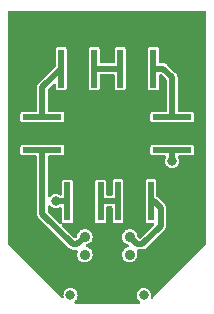
<source format=gbr>
%TF.GenerationSoftware,KiCad,Pcbnew,(6.0.4)*%
%TF.CreationDate,2022-08-13T18:46:34+03:00*%
%TF.ProjectId,Head_001,48656164-5f30-4303-912e-6b696361645f,rev?*%
%TF.SameCoordinates,Original*%
%TF.FileFunction,Copper,L1,Top*%
%TF.FilePolarity,Positive*%
%FSLAX46Y46*%
G04 Gerber Fmt 4.6, Leading zero omitted, Abs format (unit mm)*
G04 Created by KiCad (PCBNEW (6.0.4)) date 2022-08-13 18:46:34*
%MOMM*%
%LPD*%
G01*
G04 APERTURE LIST*
%TA.AperFunction,SMDPad,CuDef*%
%ADD10R,0.500000X3.300000*%
%TD*%
%TA.AperFunction,SMDPad,CuDef*%
%ADD11R,1.300000X3.300000*%
%TD*%
%TA.AperFunction,SMDPad,CuDef*%
%ADD12R,3.300000X0.500000*%
%TD*%
%TA.AperFunction,SMDPad,CuDef*%
%ADD13R,3.300000X1.300000*%
%TD*%
%TA.AperFunction,ComponentPad*%
%ADD14C,1.350000*%
%TD*%
%TA.AperFunction,ComponentPad*%
%ADD15C,0.900000*%
%TD*%
%TA.AperFunction,ViaPad*%
%ADD16C,0.800000*%
%TD*%
%TA.AperFunction,Conductor*%
%ADD17C,0.500000*%
%TD*%
G04 APERTURE END LIST*
D10*
%TO.P,D3,1,K*%
%TO.N,Net-(D1-Pad2)*%
X97643600Y-64007800D03*
%TO.P,D3,2,A*%
%TO.N,Net-(D3-Pad2)*%
X100443600Y-64007800D03*
D11*
%TO.P,D3,3,PAD*%
%TO.N,Net-(D1-Pad3)*%
X99043600Y-64007800D03*
%TD*%
D12*
%TO.P,D8,1,K*%
%TO.N,Net-(D5-Pad2)*%
X107043600Y-68107800D03*
%TO.P,D8,2,A*%
%TO.N,Net-(D8-Pad2)*%
X107043600Y-70907800D03*
D13*
%TO.P,D8,3,PAD*%
%TO.N,Net-(D1-Pad3)*%
X107043600Y-69507800D03*
%TD*%
D14*
%TO.P,U2,1,Mnt*%
%TO.N,Net-(D1-Pad3)*%
X101543600Y-81107800D03*
%TD*%
D15*
%TO.P,D9,1*%
%TO.N,Net-(D8-Pad2)*%
X99643600Y-79757800D03*
%TD*%
%TO.P,D7,1*%
%TO.N,Net-(D2-Pad1)*%
X103443600Y-79757800D03*
%TD*%
D10*
%TO.P,D5,1,K*%
%TO.N,Net-(D3-Pad2)*%
X102643600Y-64007800D03*
%TO.P,D5,2,A*%
%TO.N,Net-(D5-Pad2)*%
X105443600Y-64007800D03*
D11*
%TO.P,D5,3,PAD*%
%TO.N,Net-(D1-Pad3)*%
X104043600Y-64007800D03*
%TD*%
D12*
%TO.P,D1,1,K*%
%TO.N,Net-(D1-Pad1)*%
X96043600Y-70907800D03*
%TO.P,D1,2,A*%
%TO.N,Net-(D1-Pad2)*%
X96043600Y-68107800D03*
D13*
%TO.P,D1,3,PAD*%
%TO.N,Net-(D1-Pad3)*%
X96043600Y-69507800D03*
%TD*%
D10*
%TO.P,D2,1,K*%
%TO.N,Net-(D2-Pad1)*%
X98171400Y-75263800D03*
%TO.P,D2,2,A*%
%TO.N,Net-(D2-Pad2)*%
X100971400Y-75263800D03*
D11*
%TO.P,D2,3,PAD*%
%TO.N,Net-(D1-Pad3)*%
X99571400Y-75263800D03*
%TD*%
D15*
%TO.P,D6,1*%
%TO.N,Net-(D4-Pad2)*%
X103443600Y-78257800D03*
%TD*%
D10*
%TO.P,D4,1,K*%
%TO.N,Net-(D2-Pad2)*%
X102438600Y-75213000D03*
%TO.P,D4,2,A*%
%TO.N,Net-(D4-Pad2)*%
X105238600Y-75213000D03*
D11*
%TO.P,D4,3,PAD*%
%TO.N,Net-(D1-Pad3)*%
X103838600Y-75213000D03*
%TD*%
D15*
%TO.P,D10,1*%
%TO.N,Net-(D1-Pad1)*%
X99643600Y-78257800D03*
%TD*%
D14*
%TO.P,U1,1,Mnt*%
%TO.N,Net-(D1-Pad3)*%
X101543600Y-71807800D03*
%TD*%
D16*
%TO.N,*%
X104626000Y-83188600D03*
X98428400Y-83214000D03*
%TO.N,Net-(D1-Pad3)*%
X105388000Y-79404000D03*
X104495600Y-77571600D03*
X95758000Y-77546200D03*
X108969400Y-59820600D03*
X100990400Y-77673200D03*
X100660200Y-79070200D03*
X94640400Y-66802000D03*
X94970600Y-75234800D03*
X103102000Y-67389800D03*
X107950000Y-64058800D03*
X97282000Y-67005200D03*
X99546000Y-67466000D03*
X105689400Y-72085200D03*
X94085000Y-59973000D03*
X107086400Y-75539600D03*
X108204000Y-69494400D03*
X93954600Y-73660000D03*
X94919800Y-69494400D03*
X104803800Y-59846000D03*
X103835200Y-74193400D03*
X99060000Y-65049400D03*
X97307400Y-72136000D03*
X99034600Y-62966600D03*
X106299000Y-73939400D03*
X106629200Y-63017400D03*
X108686600Y-66319400D03*
X97129600Y-69494400D03*
X94996000Y-72136000D03*
X99568000Y-74244200D03*
X97514000Y-59871400D03*
X104063800Y-65074800D03*
X109274200Y-72469800D03*
X104521000Y-68554600D03*
X97256600Y-76276200D03*
X97615600Y-79429400D03*
X106857800Y-77952600D03*
X109147200Y-78642000D03*
X103835200Y-76250800D03*
X102438200Y-77647800D03*
X105841800Y-66979800D03*
X98653600Y-77622400D03*
X99419000Y-70691800D03*
X99568000Y-76301600D03*
X104038400Y-62915800D03*
X96367600Y-63373000D03*
X95173800Y-64871600D03*
X102438200Y-79070200D03*
X93958000Y-78261000D03*
X98577400Y-68529200D03*
X105892600Y-69494400D03*
X103508400Y-70768000D03*
%TO.N,Net-(D2-Pad1)*%
X97183800Y-75238400D03*
%TO.N,Net-(D8-Pad2)*%
X107039000Y-71860200D03*
%TD*%
D17*
%TO.N,Net-(D1-Pad2)*%
X96043600Y-65607800D02*
X97643600Y-64007800D01*
X96043600Y-68107800D02*
X96043600Y-65607800D01*
%TO.N,Net-(D1-Pad1)*%
X99005400Y-78896000D02*
X98657000Y-78896000D01*
X98657000Y-78896000D02*
X96043600Y-76282600D01*
X96043600Y-76282600D02*
X96043600Y-70907800D01*
X99643600Y-78257800D02*
X99005400Y-78896000D01*
%TO.N,Net-(D2-Pad2)*%
X102438600Y-75213000D02*
X101022200Y-75213000D01*
X101022200Y-75213000D02*
X100971400Y-75263800D01*
%TO.N,Net-(D2-Pad1)*%
X98171400Y-75263800D02*
X97209200Y-75263800D01*
X97209200Y-75263800D02*
X97183800Y-75238400D01*
%TO.N,Net-(D3-Pad2)*%
X100443600Y-64007800D02*
X102643600Y-64007800D01*
%TO.N,Net-(D4-Pad2)*%
X106073800Y-77321200D02*
X106073800Y-75822600D01*
X103443600Y-78257800D02*
X104056400Y-78870600D01*
X105464200Y-75213000D02*
X105238600Y-75213000D01*
X106073800Y-75822600D02*
X105464200Y-75213000D01*
X104524400Y-78870600D02*
X106073800Y-77321200D01*
X104056400Y-78870600D02*
X104524400Y-78870600D01*
%TO.N,Net-(D5-Pad2)*%
X106298600Y-64007800D02*
X107043600Y-64752800D01*
X105443600Y-64007800D02*
X106298600Y-64007800D01*
X107043600Y-64752800D02*
X107043600Y-68107800D01*
%TO.N,Net-(D8-Pad2)*%
X107043600Y-71855600D02*
X107043600Y-70907800D01*
X107039000Y-71860200D02*
X107043600Y-71855600D01*
%TD*%
%TA.AperFunction,Conductor*%
%TO.N,Net-(D1-Pad3)*%
G36*
X109885221Y-59128302D02*
G01*
X109931714Y-59181958D01*
X109943100Y-59234300D01*
X109943100Y-78815293D01*
X109923098Y-78883414D01*
X109907075Y-78903500D01*
X105445776Y-83454024D01*
X105416600Y-83483784D01*
X105354628Y-83518424D01*
X105283765Y-83514061D01*
X105226511Y-83472079D01*
X105201043Y-83405808D01*
X105207984Y-83361570D01*
X105205746Y-83360970D01*
X105207884Y-83352991D01*
X105211044Y-83345362D01*
X105231682Y-83188600D01*
X105211044Y-83031838D01*
X105150536Y-82885759D01*
X105054282Y-82760318D01*
X104928841Y-82664064D01*
X104796861Y-82609396D01*
X104790391Y-82606716D01*
X104782762Y-82603556D01*
X104626000Y-82582918D01*
X104469238Y-82603556D01*
X104461609Y-82606716D01*
X104455139Y-82609396D01*
X104323159Y-82664064D01*
X104197718Y-82760318D01*
X104101464Y-82885759D01*
X104040956Y-83031838D01*
X104020318Y-83188600D01*
X104040956Y-83345362D01*
X104101464Y-83491441D01*
X104197718Y-83616882D01*
X104204264Y-83621905D01*
X104281718Y-83681337D01*
X104323585Y-83738675D01*
X104327807Y-83809546D01*
X104293043Y-83871449D01*
X104230331Y-83904730D01*
X104205014Y-83907300D01*
X98882488Y-83907300D01*
X98814367Y-83887298D01*
X98767874Y-83833642D01*
X98757770Y-83763368D01*
X98787264Y-83698788D01*
X98805785Y-83681337D01*
X98850133Y-83647308D01*
X98850136Y-83647305D01*
X98856682Y-83642282D01*
X98952936Y-83516841D01*
X99013444Y-83370762D01*
X99034082Y-83214000D01*
X99013444Y-83057238D01*
X98952936Y-82911159D01*
X98856682Y-82785718D01*
X98731241Y-82689464D01*
X98585162Y-82628956D01*
X98428400Y-82608318D01*
X98271638Y-82628956D01*
X98125559Y-82689464D01*
X98000118Y-82785718D01*
X97903864Y-82911159D01*
X97843356Y-83057238D01*
X97822718Y-83214000D01*
X97823796Y-83222188D01*
X97838092Y-83330777D01*
X97827153Y-83400925D01*
X97780025Y-83454024D01*
X97711671Y-83473214D01*
X97643793Y-83452403D01*
X97623197Y-83435432D01*
X97589367Y-83400925D01*
X93180126Y-78903501D01*
X93146720Y-78840856D01*
X93144100Y-78815293D01*
X93144100Y-71177548D01*
X94193100Y-71177548D01*
X94204733Y-71236031D01*
X94249048Y-71302352D01*
X94315369Y-71346667D01*
X94327538Y-71349088D01*
X94327539Y-71349088D01*
X94367784Y-71357093D01*
X94373852Y-71358300D01*
X95467100Y-71358300D01*
X95535221Y-71378302D01*
X95581714Y-71431958D01*
X95593100Y-71484300D01*
X95593100Y-76248380D01*
X95592227Y-76263189D01*
X95588236Y-76296910D01*
X95589928Y-76306174D01*
X95589928Y-76306175D01*
X95598772Y-76354601D01*
X95599422Y-76358504D01*
X95608151Y-76416562D01*
X95611279Y-76423075D01*
X95612575Y-76430173D01*
X95639625Y-76482247D01*
X95641368Y-76485737D01*
X95666791Y-76538679D01*
X95671677Y-76543965D01*
X95671710Y-76544013D01*
X95675021Y-76550388D01*
X95679325Y-76555428D01*
X95716552Y-76592655D01*
X95719981Y-76596220D01*
X95758746Y-76638156D01*
X95765105Y-76641849D01*
X95771263Y-76647366D01*
X98314247Y-79190350D01*
X98324101Y-79201439D01*
X98339294Y-79220711D01*
X98339298Y-79220715D01*
X98345128Y-79228110D01*
X98352875Y-79233464D01*
X98352879Y-79233468D01*
X98393404Y-79261477D01*
X98396598Y-79263758D01*
X98443817Y-79298635D01*
X98450634Y-79301029D01*
X98456569Y-79305131D01*
X98465544Y-79307969D01*
X98465545Y-79307970D01*
X98485681Y-79314338D01*
X98512475Y-79322812D01*
X98516215Y-79324060D01*
X98562745Y-79340400D01*
X98562748Y-79340401D01*
X98571631Y-79343520D01*
X98578816Y-79343803D01*
X98578889Y-79343817D01*
X98585730Y-79345980D01*
X98592337Y-79346500D01*
X98645006Y-79346500D01*
X98649952Y-79346597D01*
X98706994Y-79348838D01*
X98714100Y-79346954D01*
X98722347Y-79346500D01*
X98921369Y-79346500D01*
X98989490Y-79366502D01*
X99035983Y-79420158D01*
X99046087Y-79490432D01*
X99038762Y-79518269D01*
X99008909Y-79594839D01*
X98988358Y-79750938D01*
X99005635Y-79907433D01*
X99059743Y-80055290D01*
X99063980Y-80061596D01*
X99063982Y-80061599D01*
X99104309Y-80121611D01*
X99147558Y-80185972D01*
X99264010Y-80291935D01*
X99270685Y-80295559D01*
X99395699Y-80363437D01*
X99395701Y-80363438D01*
X99402376Y-80367062D01*
X99409725Y-80368990D01*
X99547319Y-80405087D01*
X99547321Y-80405087D01*
X99554669Y-80407015D01*
X99637980Y-80408324D01*
X99704498Y-80409369D01*
X99704501Y-80409369D01*
X99712095Y-80409488D01*
X99865568Y-80374338D01*
X100006225Y-80303595D01*
X100032469Y-80281181D01*
X100120174Y-80206274D01*
X100120176Y-80206271D01*
X100125948Y-80201342D01*
X100217824Y-80073483D01*
X100276550Y-79927398D01*
X100298734Y-79771523D01*
X100298878Y-79757800D01*
X100298048Y-79750938D01*
X102788358Y-79750938D01*
X102805635Y-79907433D01*
X102859743Y-80055290D01*
X102863980Y-80061596D01*
X102863982Y-80061599D01*
X102904309Y-80121611D01*
X102947558Y-80185972D01*
X103064010Y-80291935D01*
X103070685Y-80295559D01*
X103195699Y-80363437D01*
X103195701Y-80363438D01*
X103202376Y-80367062D01*
X103209725Y-80368990D01*
X103347319Y-80405087D01*
X103347321Y-80405087D01*
X103354669Y-80407015D01*
X103437980Y-80408324D01*
X103504498Y-80409369D01*
X103504501Y-80409369D01*
X103512095Y-80409488D01*
X103665568Y-80374338D01*
X103806225Y-80303595D01*
X103832469Y-80281181D01*
X103920174Y-80206274D01*
X103920176Y-80206271D01*
X103925948Y-80201342D01*
X104017824Y-80073483D01*
X104076550Y-79927398D01*
X104098734Y-79771523D01*
X104098878Y-79757800D01*
X104079963Y-79601494D01*
X104038452Y-79491638D01*
X104033084Y-79420844D01*
X104066842Y-79358387D01*
X104129008Y-79324095D01*
X104156318Y-79321100D01*
X104490180Y-79321100D01*
X104504989Y-79321973D01*
X104538710Y-79325964D01*
X104547974Y-79324272D01*
X104547975Y-79324272D01*
X104596401Y-79315428D01*
X104600304Y-79314778D01*
X104649045Y-79307450D01*
X104649046Y-79307450D01*
X104658362Y-79306049D01*
X104664875Y-79302921D01*
X104671973Y-79301625D01*
X104724047Y-79274575D01*
X104727537Y-79272832D01*
X104780479Y-79247409D01*
X104785765Y-79242523D01*
X104785813Y-79242490D01*
X104792188Y-79239179D01*
X104797228Y-79234875D01*
X104834455Y-79197648D01*
X104838021Y-79194218D01*
X104873041Y-79161846D01*
X104879956Y-79155454D01*
X104883649Y-79149095D01*
X104889166Y-79142937D01*
X106368150Y-77663953D01*
X106379239Y-77654099D01*
X106398509Y-77638907D01*
X106398511Y-77638905D01*
X106405910Y-77633072D01*
X106439262Y-77584815D01*
X106441557Y-77581603D01*
X106470840Y-77541958D01*
X106470841Y-77541957D01*
X106476434Y-77534384D01*
X106478827Y-77527568D01*
X106482931Y-77521631D01*
X106500626Y-77465681D01*
X106501871Y-77461950D01*
X106518196Y-77415463D01*
X106518196Y-77415461D01*
X106521319Y-77406569D01*
X106521601Y-77399381D01*
X106521612Y-77399322D01*
X106523780Y-77392470D01*
X106524300Y-77385863D01*
X106524300Y-77333184D01*
X106524397Y-77328237D01*
X106526268Y-77280618D01*
X106526638Y-77271206D01*
X106524754Y-77264100D01*
X106524300Y-77255856D01*
X106524300Y-75856820D01*
X106525173Y-75842011D01*
X106528057Y-75817643D01*
X106529164Y-75808290D01*
X106527472Y-75799026D01*
X106527472Y-75799022D01*
X106518627Y-75750589D01*
X106517978Y-75746688D01*
X106510651Y-75697955D01*
X106510649Y-75697947D01*
X106509249Y-75688638D01*
X106506123Y-75682128D01*
X106504826Y-75675027D01*
X106477782Y-75622963D01*
X106476014Y-75619425D01*
X106454686Y-75575011D01*
X106450609Y-75566521D01*
X106445726Y-75561240D01*
X106445691Y-75561188D01*
X106442380Y-75554812D01*
X106438076Y-75549772D01*
X106400837Y-75512533D01*
X106397407Y-75508967D01*
X106365048Y-75473961D01*
X106358654Y-75467044D01*
X106352297Y-75463351D01*
X106346148Y-75457844D01*
X105806948Y-74918644D01*
X105797093Y-74907555D01*
X105781903Y-74888287D01*
X105776072Y-74880890D01*
X105768325Y-74875535D01*
X105768323Y-74875534D01*
X105743462Y-74858352D01*
X105698795Y-74803167D01*
X105689100Y-74754699D01*
X105689100Y-73543252D01*
X105677467Y-73484769D01*
X105633152Y-73418448D01*
X105566831Y-73374133D01*
X105554662Y-73371712D01*
X105554661Y-73371712D01*
X105514416Y-73363707D01*
X105508348Y-73362500D01*
X104968852Y-73362500D01*
X104962784Y-73363707D01*
X104922539Y-73371712D01*
X104922538Y-73371712D01*
X104910369Y-73374133D01*
X104844048Y-73418448D01*
X104799733Y-73484769D01*
X104788100Y-73543252D01*
X104788100Y-75146945D01*
X104786761Y-75158647D01*
X104787281Y-75158688D01*
X104786542Y-75168079D01*
X104784415Y-75177255D01*
X104785080Y-75186650D01*
X104785080Y-75186653D01*
X104787785Y-75224849D01*
X104788100Y-75233748D01*
X104788100Y-76882748D01*
X104799733Y-76941231D01*
X104844048Y-77007552D01*
X104910369Y-77051867D01*
X104922538Y-77054288D01*
X104922539Y-77054288D01*
X104942971Y-77058352D01*
X104968852Y-77063500D01*
X105390207Y-77063500D01*
X105458328Y-77083502D01*
X105504821Y-77137158D01*
X105514925Y-77207432D01*
X105485431Y-77272012D01*
X105479302Y-77278595D01*
X104379495Y-78378402D01*
X104317183Y-78412428D01*
X104246368Y-78407363D01*
X104201305Y-78378402D01*
X104132145Y-78309242D01*
X104098119Y-78246930D01*
X104096153Y-78235284D01*
X104080875Y-78109034D01*
X104079963Y-78101494D01*
X104024310Y-77954212D01*
X103935131Y-77824457D01*
X103888571Y-77782974D01*
X103823248Y-77724772D01*
X103823245Y-77724770D01*
X103817576Y-77719719D01*
X103678431Y-77646045D01*
X103595933Y-77625323D01*
X103533098Y-77609540D01*
X103533096Y-77609540D01*
X103525728Y-77607689D01*
X103518130Y-77607649D01*
X103518128Y-77607649D01*
X103450919Y-77607297D01*
X103368284Y-77606865D01*
X103360905Y-77608637D01*
X103360901Y-77608637D01*
X103222567Y-77641848D01*
X103222563Y-77641849D01*
X103215188Y-77643620D01*
X103075279Y-77715832D01*
X103069557Y-77720824D01*
X103069555Y-77720825D01*
X102962359Y-77814338D01*
X102962356Y-77814341D01*
X102956634Y-77819333D01*
X102866101Y-77948148D01*
X102808909Y-78094839D01*
X102807918Y-78102367D01*
X102807918Y-78102368D01*
X102790419Y-78235284D01*
X102788358Y-78250938D01*
X102805635Y-78407433D01*
X102859743Y-78555290D01*
X102863980Y-78561596D01*
X102863982Y-78561599D01*
X102904309Y-78621611D01*
X102947558Y-78685972D01*
X103064010Y-78791935D01*
X103070685Y-78795559D01*
X103195699Y-78863437D01*
X103195701Y-78863438D01*
X103202376Y-78867062D01*
X103271576Y-78885216D01*
X103273737Y-78885783D01*
X103334553Y-78922417D01*
X103365908Y-78986114D01*
X103357849Y-79056651D01*
X103312934Y-79111634D01*
X103271178Y-79130178D01*
X103222567Y-79141848D01*
X103222563Y-79141849D01*
X103215188Y-79143620D01*
X103208443Y-79147101D01*
X103208444Y-79147101D01*
X103113934Y-79195881D01*
X103075279Y-79215832D01*
X103069557Y-79220824D01*
X103069555Y-79220825D01*
X102962359Y-79314338D01*
X102962356Y-79314341D01*
X102956634Y-79319333D01*
X102934122Y-79351364D01*
X102885291Y-79420844D01*
X102866101Y-79448148D01*
X102808909Y-79594839D01*
X102788358Y-79750938D01*
X100298048Y-79750938D01*
X100279963Y-79601494D01*
X100238452Y-79491638D01*
X100226994Y-79461314D01*
X100226993Y-79461311D01*
X100224310Y-79454212D01*
X100135131Y-79324457D01*
X100077181Y-79272825D01*
X100023248Y-79224772D01*
X100023245Y-79224770D01*
X100017576Y-79219719D01*
X99878431Y-79146045D01*
X99866058Y-79142937D01*
X99815508Y-79130240D01*
X99754312Y-79094245D01*
X99722291Y-79030880D01*
X99729611Y-78960262D01*
X99773948Y-78904812D01*
X99818073Y-78885216D01*
X99858165Y-78876034D01*
X99858169Y-78876033D01*
X99865568Y-78874338D01*
X100006225Y-78803595D01*
X100032469Y-78781181D01*
X100120174Y-78706274D01*
X100120176Y-78706271D01*
X100125948Y-78701342D01*
X100217824Y-78573483D01*
X100276550Y-78427398D01*
X100298734Y-78271523D01*
X100298878Y-78257800D01*
X100279963Y-78101494D01*
X100224310Y-77954212D01*
X100135131Y-77824457D01*
X100088571Y-77782974D01*
X100023248Y-77724772D01*
X100023245Y-77724770D01*
X100017576Y-77719719D01*
X99878431Y-77646045D01*
X99795933Y-77625323D01*
X99733098Y-77609540D01*
X99733096Y-77609540D01*
X99725728Y-77607689D01*
X99718130Y-77607649D01*
X99718128Y-77607649D01*
X99650919Y-77607297D01*
X99568284Y-77606865D01*
X99560905Y-77608637D01*
X99560901Y-77608637D01*
X99422567Y-77641848D01*
X99422563Y-77641849D01*
X99415188Y-77643620D01*
X99275279Y-77715832D01*
X99269557Y-77720824D01*
X99269555Y-77720825D01*
X99162359Y-77814338D01*
X99162356Y-77814341D01*
X99156634Y-77819333D01*
X99066101Y-77948148D01*
X99008909Y-78094839D01*
X99007918Y-78102367D01*
X98990150Y-78237326D01*
X98961427Y-78302253D01*
X98954323Y-78309974D01*
X98920295Y-78344002D01*
X98857983Y-78378028D01*
X98787168Y-78372963D01*
X98742105Y-78344002D01*
X97702096Y-77303993D01*
X97668070Y-77241681D01*
X97673135Y-77170866D01*
X97696879Y-77139148D01*
X97651462Y-77166095D01*
X97580510Y-77163561D01*
X97531207Y-77133104D01*
X96531005Y-76132902D01*
X96496979Y-76070590D01*
X96494100Y-76043807D01*
X96494100Y-75697180D01*
X96514102Y-75629059D01*
X96567758Y-75582566D01*
X96638032Y-75572462D01*
X96702612Y-75601956D01*
X96720063Y-75620476D01*
X96755518Y-75666682D01*
X96762064Y-75671705D01*
X96775648Y-75682128D01*
X96880959Y-75762936D01*
X97027038Y-75823444D01*
X97183800Y-75844082D01*
X97191988Y-75843004D01*
X97332374Y-75824522D01*
X97340562Y-75823444D01*
X97486641Y-75762936D01*
X97493192Y-75757909D01*
X97493196Y-75757907D01*
X97516094Y-75740337D01*
X97582314Y-75714737D01*
X97592797Y-75714300D01*
X97594900Y-75714300D01*
X97663021Y-75734302D01*
X97709514Y-75787958D01*
X97720900Y-75840300D01*
X97720900Y-76933548D01*
X97732533Y-76992031D01*
X97737030Y-76998761D01*
X97744300Y-77066382D01*
X97721542Y-77111844D01*
X97782202Y-77089219D01*
X97836119Y-77097956D01*
X97843169Y-77102667D01*
X97855338Y-77105088D01*
X97855339Y-77105088D01*
X97889305Y-77111844D01*
X97901652Y-77114300D01*
X98441148Y-77114300D01*
X98453495Y-77111844D01*
X98487461Y-77105088D01*
X98487462Y-77105088D01*
X98499631Y-77102667D01*
X98565952Y-77058352D01*
X98610267Y-76992031D01*
X98621900Y-76933548D01*
X98621900Y-75329855D01*
X98623239Y-75318153D01*
X98622719Y-75318112D01*
X98623059Y-75313794D01*
X100518562Y-75313794D01*
X100520446Y-75320900D01*
X100520900Y-75329147D01*
X100520900Y-76933548D01*
X100532533Y-76992031D01*
X100576848Y-77058352D01*
X100643169Y-77102667D01*
X100655338Y-77105088D01*
X100655339Y-77105088D01*
X100689305Y-77111844D01*
X100701652Y-77114300D01*
X101241148Y-77114300D01*
X101253495Y-77111844D01*
X101287461Y-77105088D01*
X101287462Y-77105088D01*
X101299631Y-77102667D01*
X101365952Y-77058352D01*
X101410267Y-76992031D01*
X101421900Y-76933548D01*
X101421900Y-75789500D01*
X101441902Y-75721379D01*
X101495558Y-75674886D01*
X101547900Y-75663500D01*
X101862100Y-75663500D01*
X101930221Y-75683502D01*
X101976714Y-75737158D01*
X101988100Y-75789500D01*
X101988100Y-76882748D01*
X101999733Y-76941231D01*
X102044048Y-77007552D01*
X102110369Y-77051867D01*
X102122538Y-77054288D01*
X102122539Y-77054288D01*
X102142971Y-77058352D01*
X102168852Y-77063500D01*
X102708348Y-77063500D01*
X102734229Y-77058352D01*
X102754661Y-77054288D01*
X102754662Y-77054288D01*
X102766831Y-77051867D01*
X102833152Y-77007552D01*
X102877467Y-76941231D01*
X102889100Y-76882748D01*
X102889100Y-75279055D01*
X102890439Y-75267353D01*
X102889919Y-75267312D01*
X102890658Y-75257921D01*
X102892785Y-75248745D01*
X102889415Y-75201150D01*
X102889100Y-75192252D01*
X102889100Y-73543252D01*
X102877467Y-73484769D01*
X102833152Y-73418448D01*
X102766831Y-73374133D01*
X102754662Y-73371712D01*
X102754661Y-73371712D01*
X102714416Y-73363707D01*
X102708348Y-73362500D01*
X102168852Y-73362500D01*
X102162784Y-73363707D01*
X102122539Y-73371712D01*
X102122538Y-73371712D01*
X102110369Y-73374133D01*
X102044048Y-73418448D01*
X101999733Y-73484769D01*
X101988100Y-73543252D01*
X101988100Y-74636500D01*
X101968098Y-74704621D01*
X101914442Y-74751114D01*
X101862100Y-74762500D01*
X101547900Y-74762500D01*
X101479779Y-74742498D01*
X101433286Y-74688842D01*
X101421900Y-74636500D01*
X101421900Y-73594052D01*
X101410267Y-73535569D01*
X101365952Y-73469248D01*
X101299631Y-73424933D01*
X101287462Y-73422512D01*
X101287461Y-73422512D01*
X101247216Y-73414507D01*
X101241148Y-73413300D01*
X100701652Y-73413300D01*
X100695584Y-73414507D01*
X100655339Y-73422512D01*
X100655338Y-73422512D01*
X100643169Y-73424933D01*
X100576848Y-73469248D01*
X100532533Y-73535569D01*
X100520900Y-73594052D01*
X100520900Y-75251816D01*
X100520803Y-75256762D01*
X100518562Y-75313794D01*
X98623059Y-75313794D01*
X98623458Y-75308721D01*
X98625585Y-75299545D01*
X98622215Y-75251950D01*
X98621900Y-75243052D01*
X98621900Y-73594052D01*
X98610267Y-73535569D01*
X98565952Y-73469248D01*
X98499631Y-73424933D01*
X98487462Y-73422512D01*
X98487461Y-73422512D01*
X98447216Y-73414507D01*
X98441148Y-73413300D01*
X97901652Y-73413300D01*
X97895584Y-73414507D01*
X97855339Y-73422512D01*
X97855338Y-73422512D01*
X97843169Y-73424933D01*
X97776848Y-73469248D01*
X97732533Y-73535569D01*
X97720900Y-73594052D01*
X97720900Y-74638114D01*
X97700898Y-74706235D01*
X97647242Y-74752728D01*
X97576968Y-74762832D01*
X97518196Y-74738077D01*
X97493192Y-74718891D01*
X97486641Y-74713864D01*
X97340562Y-74653356D01*
X97183800Y-74632718D01*
X97027038Y-74653356D01*
X96880959Y-74713864D01*
X96755518Y-74810118D01*
X96750495Y-74816664D01*
X96720063Y-74856324D01*
X96662725Y-74898191D01*
X96591854Y-74902413D01*
X96529951Y-74867649D01*
X96496670Y-74804936D01*
X96494100Y-74779620D01*
X96494100Y-71484300D01*
X96514102Y-71416179D01*
X96567758Y-71369686D01*
X96620100Y-71358300D01*
X97713348Y-71358300D01*
X97719416Y-71357093D01*
X97759661Y-71349088D01*
X97759662Y-71349088D01*
X97771831Y-71346667D01*
X97838152Y-71302352D01*
X97882467Y-71236031D01*
X97894100Y-71177548D01*
X105193100Y-71177548D01*
X105204733Y-71236031D01*
X105249048Y-71302352D01*
X105315369Y-71346667D01*
X105327538Y-71349088D01*
X105327539Y-71349088D01*
X105367784Y-71357093D01*
X105373852Y-71358300D01*
X106412397Y-71358300D01*
X106480518Y-71378302D01*
X106527011Y-71431958D01*
X106537115Y-71502232D01*
X106521516Y-71547300D01*
X106519490Y-71550809D01*
X106514464Y-71557359D01*
X106453956Y-71703438D01*
X106433318Y-71860200D01*
X106453956Y-72016962D01*
X106514464Y-72163041D01*
X106610718Y-72288482D01*
X106736159Y-72384736D01*
X106882238Y-72445244D01*
X107039000Y-72465882D01*
X107047188Y-72464804D01*
X107187574Y-72446322D01*
X107195762Y-72445244D01*
X107341841Y-72384736D01*
X107467282Y-72288482D01*
X107563536Y-72163041D01*
X107624044Y-72016962D01*
X107644682Y-71860200D01*
X107624044Y-71703438D01*
X107563536Y-71557359D01*
X107558510Y-71550809D01*
X107556484Y-71547300D01*
X107539746Y-71478305D01*
X107562966Y-71411213D01*
X107618773Y-71367326D01*
X107665603Y-71358300D01*
X108713348Y-71358300D01*
X108719416Y-71357093D01*
X108759661Y-71349088D01*
X108759662Y-71349088D01*
X108771831Y-71346667D01*
X108838152Y-71302352D01*
X108882467Y-71236031D01*
X108894100Y-71177548D01*
X108894100Y-70638052D01*
X108882467Y-70579569D01*
X108838152Y-70513248D01*
X108771831Y-70468933D01*
X108759662Y-70466512D01*
X108759661Y-70466512D01*
X108719416Y-70458507D01*
X108713348Y-70457300D01*
X107109655Y-70457300D01*
X107097953Y-70455961D01*
X107097912Y-70456481D01*
X107088521Y-70455742D01*
X107079345Y-70453615D01*
X107069950Y-70454280D01*
X107069947Y-70454280D01*
X107031751Y-70456985D01*
X107022852Y-70457300D01*
X105373852Y-70457300D01*
X105367784Y-70458507D01*
X105327539Y-70466512D01*
X105327538Y-70466512D01*
X105315369Y-70468933D01*
X105249048Y-70513248D01*
X105204733Y-70579569D01*
X105193100Y-70638052D01*
X105193100Y-71177548D01*
X97894100Y-71177548D01*
X97894100Y-70638052D01*
X97882467Y-70579569D01*
X97838152Y-70513248D01*
X97771831Y-70468933D01*
X97759662Y-70466512D01*
X97759661Y-70466512D01*
X97719416Y-70458507D01*
X97713348Y-70457300D01*
X96109655Y-70457300D01*
X96097953Y-70455961D01*
X96097912Y-70456481D01*
X96088521Y-70455742D01*
X96079345Y-70453615D01*
X96069950Y-70454280D01*
X96069947Y-70454280D01*
X96031751Y-70456985D01*
X96022852Y-70457300D01*
X94373852Y-70457300D01*
X94367784Y-70458507D01*
X94327539Y-70466512D01*
X94327538Y-70466512D01*
X94315369Y-70468933D01*
X94249048Y-70513248D01*
X94204733Y-70579569D01*
X94193100Y-70638052D01*
X94193100Y-71177548D01*
X93144100Y-71177548D01*
X93144100Y-68377548D01*
X94193100Y-68377548D01*
X94204733Y-68436031D01*
X94249048Y-68502352D01*
X94315369Y-68546667D01*
X94327538Y-68549088D01*
X94327539Y-68549088D01*
X94367784Y-68557093D01*
X94373852Y-68558300D01*
X95977545Y-68558300D01*
X95989247Y-68559639D01*
X95989288Y-68559119D01*
X95998679Y-68559858D01*
X96007855Y-68561985D01*
X96017250Y-68561320D01*
X96017253Y-68561320D01*
X96055449Y-68558615D01*
X96064348Y-68558300D01*
X97713348Y-68558300D01*
X97719416Y-68557093D01*
X97759661Y-68549088D01*
X97759662Y-68549088D01*
X97771831Y-68546667D01*
X97838152Y-68502352D01*
X97882467Y-68436031D01*
X97894100Y-68377548D01*
X97894100Y-67838052D01*
X97882467Y-67779569D01*
X97838152Y-67713248D01*
X97771831Y-67668933D01*
X97759662Y-67666512D01*
X97759661Y-67666512D01*
X97719416Y-67658507D01*
X97713348Y-67657300D01*
X96620100Y-67657300D01*
X96551979Y-67637298D01*
X96505486Y-67583642D01*
X96494100Y-67531300D01*
X96494100Y-65846593D01*
X96514102Y-65778472D01*
X96531005Y-65757498D01*
X96978005Y-65310498D01*
X97040317Y-65276472D01*
X97111132Y-65281537D01*
X97167968Y-65324084D01*
X97192779Y-65390604D01*
X97193100Y-65399593D01*
X97193100Y-65677548D01*
X97204733Y-65736031D01*
X97249048Y-65802352D01*
X97315369Y-65846667D01*
X97327538Y-65849088D01*
X97327539Y-65849088D01*
X97367784Y-65857093D01*
X97373852Y-65858300D01*
X97913348Y-65858300D01*
X97919416Y-65857093D01*
X97959661Y-65849088D01*
X97959662Y-65849088D01*
X97971831Y-65846667D01*
X98038152Y-65802352D01*
X98082467Y-65736031D01*
X98094100Y-65677548D01*
X98094100Y-64019794D01*
X98094197Y-64014848D01*
X98095878Y-63972055D01*
X99989415Y-63972055D01*
X99990080Y-63981450D01*
X99990080Y-63981453D01*
X99992785Y-64019649D01*
X99993100Y-64028548D01*
X99993100Y-65677548D01*
X100004733Y-65736031D01*
X100049048Y-65802352D01*
X100115369Y-65846667D01*
X100127538Y-65849088D01*
X100127539Y-65849088D01*
X100167784Y-65857093D01*
X100173852Y-65858300D01*
X100713348Y-65858300D01*
X100719416Y-65857093D01*
X100759661Y-65849088D01*
X100759662Y-65849088D01*
X100771831Y-65846667D01*
X100838152Y-65802352D01*
X100882467Y-65736031D01*
X100894100Y-65677548D01*
X100894100Y-64584300D01*
X100914102Y-64516179D01*
X100967758Y-64469686D01*
X101020100Y-64458300D01*
X102067100Y-64458300D01*
X102135221Y-64478302D01*
X102181714Y-64531958D01*
X102193100Y-64584300D01*
X102193100Y-65677548D01*
X102204733Y-65736031D01*
X102249048Y-65802352D01*
X102315369Y-65846667D01*
X102327538Y-65849088D01*
X102327539Y-65849088D01*
X102367784Y-65857093D01*
X102373852Y-65858300D01*
X102913348Y-65858300D01*
X102919416Y-65857093D01*
X102959661Y-65849088D01*
X102959662Y-65849088D01*
X102971831Y-65846667D01*
X103038152Y-65802352D01*
X103082467Y-65736031D01*
X103094100Y-65677548D01*
X103094100Y-64073855D01*
X103095439Y-64062153D01*
X103094919Y-64062112D01*
X103095658Y-64052721D01*
X103097785Y-64043545D01*
X103096104Y-64019794D01*
X103094415Y-63995951D01*
X103094100Y-63987052D01*
X103094100Y-63972055D01*
X104989415Y-63972055D01*
X104990080Y-63981450D01*
X104990080Y-63981453D01*
X104992785Y-64019649D01*
X104993100Y-64028548D01*
X104993100Y-65677548D01*
X105004733Y-65736031D01*
X105049048Y-65802352D01*
X105115369Y-65846667D01*
X105127538Y-65849088D01*
X105127539Y-65849088D01*
X105167784Y-65857093D01*
X105173852Y-65858300D01*
X105713348Y-65858300D01*
X105719416Y-65857093D01*
X105759661Y-65849088D01*
X105759662Y-65849088D01*
X105771831Y-65846667D01*
X105838152Y-65802352D01*
X105882467Y-65736031D01*
X105894100Y-65677548D01*
X105894100Y-64584300D01*
X105914102Y-64516179D01*
X105967758Y-64469686D01*
X106020100Y-64458300D01*
X106059807Y-64458300D01*
X106127928Y-64478302D01*
X106148902Y-64495205D01*
X106556195Y-64902498D01*
X106590221Y-64964810D01*
X106593100Y-64991593D01*
X106593100Y-67531300D01*
X106573098Y-67599421D01*
X106519442Y-67645914D01*
X106467100Y-67657300D01*
X105373852Y-67657300D01*
X105367784Y-67658507D01*
X105327539Y-67666512D01*
X105327538Y-67666512D01*
X105315369Y-67668933D01*
X105249048Y-67713248D01*
X105204733Y-67779569D01*
X105193100Y-67838052D01*
X105193100Y-68377548D01*
X105204733Y-68436031D01*
X105249048Y-68502352D01*
X105315369Y-68546667D01*
X105327538Y-68549088D01*
X105327539Y-68549088D01*
X105367784Y-68557093D01*
X105373852Y-68558300D01*
X106977545Y-68558300D01*
X106989247Y-68559639D01*
X106989288Y-68559119D01*
X106998679Y-68559858D01*
X107007855Y-68561985D01*
X107017250Y-68561320D01*
X107017253Y-68561320D01*
X107055449Y-68558615D01*
X107064348Y-68558300D01*
X108713348Y-68558300D01*
X108719416Y-68557093D01*
X108759661Y-68549088D01*
X108759662Y-68549088D01*
X108771831Y-68546667D01*
X108838152Y-68502352D01*
X108882467Y-68436031D01*
X108894100Y-68377548D01*
X108894100Y-67838052D01*
X108882467Y-67779569D01*
X108838152Y-67713248D01*
X108771831Y-67668933D01*
X108759662Y-67666512D01*
X108759661Y-67666512D01*
X108719416Y-67658507D01*
X108713348Y-67657300D01*
X107620100Y-67657300D01*
X107551979Y-67637298D01*
X107505486Y-67583642D01*
X107494100Y-67531300D01*
X107494100Y-64787019D01*
X107494973Y-64772210D01*
X107497857Y-64747841D01*
X107498964Y-64738489D01*
X107497272Y-64729226D01*
X107497272Y-64729219D01*
X107488425Y-64680782D01*
X107487774Y-64676875D01*
X107480450Y-64628156D01*
X107480450Y-64628155D01*
X107479049Y-64618838D01*
X107475921Y-64612325D01*
X107474625Y-64605227D01*
X107447575Y-64553153D01*
X107445825Y-64549650D01*
X107420409Y-64496721D01*
X107415523Y-64491435D01*
X107415490Y-64491387D01*
X107412179Y-64485012D01*
X107407875Y-64479972D01*
X107370648Y-64442745D01*
X107367218Y-64439179D01*
X107334846Y-64404159D01*
X107328454Y-64397244D01*
X107322095Y-64393551D01*
X107315937Y-64388034D01*
X106641353Y-63713450D01*
X106631499Y-63702361D01*
X106616307Y-63683091D01*
X106616305Y-63683089D01*
X106610472Y-63675690D01*
X106602725Y-63670335D01*
X106602723Y-63670334D01*
X106562225Y-63642345D01*
X106559003Y-63640043D01*
X106519358Y-63610760D01*
X106519357Y-63610759D01*
X106511784Y-63605166D01*
X106504968Y-63602773D01*
X106499031Y-63598669D01*
X106490051Y-63595829D01*
X106490049Y-63595828D01*
X106469883Y-63589450D01*
X106443081Y-63580974D01*
X106439350Y-63579729D01*
X106392863Y-63563404D01*
X106392861Y-63563404D01*
X106383969Y-63560281D01*
X106376781Y-63559999D01*
X106376722Y-63559988D01*
X106369870Y-63557820D01*
X106363263Y-63557300D01*
X106310584Y-63557300D01*
X106305637Y-63557203D01*
X106248606Y-63554962D01*
X106241500Y-63556846D01*
X106233253Y-63557300D01*
X106020100Y-63557300D01*
X105951979Y-63537298D01*
X105905486Y-63483642D01*
X105894100Y-63431300D01*
X105894100Y-62338052D01*
X105882467Y-62279569D01*
X105838152Y-62213248D01*
X105771831Y-62168933D01*
X105759662Y-62166512D01*
X105759661Y-62166512D01*
X105719416Y-62158507D01*
X105713348Y-62157300D01*
X105173852Y-62157300D01*
X105167784Y-62158507D01*
X105127539Y-62166512D01*
X105127538Y-62166512D01*
X105115369Y-62168933D01*
X105049048Y-62213248D01*
X105004733Y-62279569D01*
X104993100Y-62338052D01*
X104993100Y-63941745D01*
X104991761Y-63953447D01*
X104992281Y-63953488D01*
X104991542Y-63962879D01*
X104989415Y-63972055D01*
X103094100Y-63972055D01*
X103094100Y-62338052D01*
X103082467Y-62279569D01*
X103038152Y-62213248D01*
X102971831Y-62168933D01*
X102959662Y-62166512D01*
X102959661Y-62166512D01*
X102919416Y-62158507D01*
X102913348Y-62157300D01*
X102373852Y-62157300D01*
X102367784Y-62158507D01*
X102327539Y-62166512D01*
X102327538Y-62166512D01*
X102315369Y-62168933D01*
X102249048Y-62213248D01*
X102204733Y-62279569D01*
X102193100Y-62338052D01*
X102193100Y-63431300D01*
X102173098Y-63499421D01*
X102119442Y-63545914D01*
X102067100Y-63557300D01*
X101020100Y-63557300D01*
X100951979Y-63537298D01*
X100905486Y-63483642D01*
X100894100Y-63431300D01*
X100894100Y-62338052D01*
X100882467Y-62279569D01*
X100838152Y-62213248D01*
X100771831Y-62168933D01*
X100759662Y-62166512D01*
X100759661Y-62166512D01*
X100719416Y-62158507D01*
X100713348Y-62157300D01*
X100173852Y-62157300D01*
X100167784Y-62158507D01*
X100127539Y-62166512D01*
X100127538Y-62166512D01*
X100115369Y-62168933D01*
X100049048Y-62213248D01*
X100004733Y-62279569D01*
X99993100Y-62338052D01*
X99993100Y-63941745D01*
X99991761Y-63953447D01*
X99992281Y-63953488D01*
X99991542Y-63962879D01*
X99989415Y-63972055D01*
X98095878Y-63972055D01*
X98096068Y-63967215D01*
X98096438Y-63957806D01*
X98094554Y-63950700D01*
X98094100Y-63942453D01*
X98094100Y-62338052D01*
X98082467Y-62279569D01*
X98038152Y-62213248D01*
X97971831Y-62168933D01*
X97959662Y-62166512D01*
X97959661Y-62166512D01*
X97919416Y-62158507D01*
X97913348Y-62157300D01*
X97373852Y-62157300D01*
X97367784Y-62158507D01*
X97327539Y-62166512D01*
X97327538Y-62166512D01*
X97315369Y-62168933D01*
X97249048Y-62213248D01*
X97204733Y-62279569D01*
X97193100Y-62338052D01*
X97193100Y-63769007D01*
X97173098Y-63837128D01*
X97156195Y-63858102D01*
X95749250Y-65265047D01*
X95738161Y-65274901D01*
X95718891Y-65290093D01*
X95718889Y-65290095D01*
X95711490Y-65295928D01*
X95706135Y-65303675D01*
X95706134Y-65303677D01*
X95678145Y-65344175D01*
X95675850Y-65347387D01*
X95640966Y-65394616D01*
X95638573Y-65401432D01*
X95634469Y-65407369D01*
X95631629Y-65416349D01*
X95631628Y-65416351D01*
X95616782Y-65463295D01*
X95615529Y-65467050D01*
X95596081Y-65522431D01*
X95595799Y-65529619D01*
X95595788Y-65529678D01*
X95593620Y-65536530D01*
X95593100Y-65543137D01*
X95593100Y-65595816D01*
X95593003Y-65600762D01*
X95590762Y-65657794D01*
X95592646Y-65664900D01*
X95593100Y-65673147D01*
X95593100Y-67531300D01*
X95573098Y-67599421D01*
X95519442Y-67645914D01*
X95467100Y-67657300D01*
X94373852Y-67657300D01*
X94367784Y-67658507D01*
X94327539Y-67666512D01*
X94327538Y-67666512D01*
X94315369Y-67668933D01*
X94249048Y-67713248D01*
X94204733Y-67779569D01*
X94193100Y-67838052D01*
X94193100Y-68377548D01*
X93144100Y-68377548D01*
X93144100Y-59234300D01*
X93164102Y-59166179D01*
X93217758Y-59119686D01*
X93270100Y-59108300D01*
X109817100Y-59108300D01*
X109885221Y-59128302D01*
G37*
%TD.AperFunction*%
%TD*%
M02*

</source>
